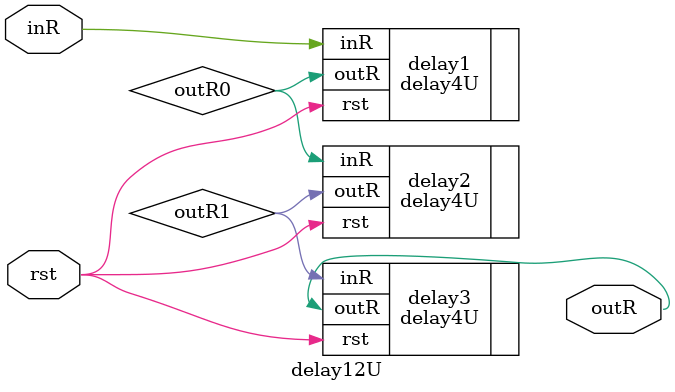
<source format=v>
`timescale 1ns / 1ps

module delay12U(inR, outR, rst);
input inR, rst;
output outR;

wire outR0, outR1;


delay4U delay1(.inR(inR), .outR(outR0), .rst(rst));
delay4U delay2(.inR(outR0), .outR(outR1), .rst(rst));
delay4U delay3(.inR(outR1), .outR(outR), .rst(rst));
endmodule


</source>
